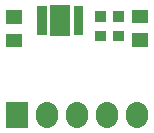
<source format=gts>
%TF.GenerationSoftware,KiCad,Pcbnew,4.0.4+e1-6308~48~ubuntu16.04.1-stable*%
%TF.CreationDate,2016-12-31T17:29:36-08:00*%
%TF.ProjectId,mma7660-sensor-breakout,6D6D61373636302D73656E736F722D62,v1.0*%
%TF.FileFunction,Soldermask,Top*%
%FSLAX46Y46*%
G04 Gerber Fmt 4.6, Leading zero omitted, Abs format (unit mm)*
G04 Created by KiCad (PCBNEW 4.0.4+e1-6308~48~ubuntu16.04.1-stable) date Sat Dec 31 17:29:36 2016*
%MOMM*%
%LPD*%
G01*
G04 APERTURE LIST*
%ADD10C,0.350000*%
G04 APERTURE END LIST*
D10*
G36*
X148016926Y-112650205D02*
X148016973Y-112650210D01*
X148192187Y-112704448D01*
X148353529Y-112791685D01*
X148494855Y-112908600D01*
X148610779Y-113050738D01*
X148696888Y-113212685D01*
X148749902Y-113388274D01*
X148767800Y-113570815D01*
X148767800Y-113886217D01*
X148767723Y-113897249D01*
X148767722Y-113897254D01*
X148767708Y-113899307D01*
X148747263Y-114081580D01*
X148691803Y-114256412D01*
X148603442Y-114417141D01*
X148485544Y-114557646D01*
X148342600Y-114672576D01*
X148180055Y-114757552D01*
X148004101Y-114809339D01*
X148004060Y-114809343D01*
X148004056Y-114809344D01*
X147821442Y-114825963D01*
X147639074Y-114806795D01*
X147639027Y-114806790D01*
X147463813Y-114752552D01*
X147302471Y-114665315D01*
X147161145Y-114548400D01*
X147045221Y-114406262D01*
X146959112Y-114244315D01*
X146906098Y-114068726D01*
X146888200Y-113886185D01*
X146888200Y-113570783D01*
X146888277Y-113559751D01*
X146888278Y-113559746D01*
X146888292Y-113557693D01*
X146908737Y-113375420D01*
X146964197Y-113200588D01*
X147052558Y-113039859D01*
X147170456Y-112899354D01*
X147313400Y-112784424D01*
X147475945Y-112699448D01*
X147651899Y-112647661D01*
X147651940Y-112647657D01*
X147651944Y-112647656D01*
X147834558Y-112631037D01*
X148016926Y-112650205D01*
X148016926Y-112650205D01*
G37*
G36*
X150556926Y-112650205D02*
X150556973Y-112650210D01*
X150732187Y-112704448D01*
X150893529Y-112791685D01*
X151034855Y-112908600D01*
X151150779Y-113050738D01*
X151236888Y-113212685D01*
X151289902Y-113388274D01*
X151307800Y-113570815D01*
X151307800Y-113886217D01*
X151307723Y-113897249D01*
X151307722Y-113897254D01*
X151307708Y-113899307D01*
X151287263Y-114081580D01*
X151231803Y-114256412D01*
X151143442Y-114417141D01*
X151025544Y-114557646D01*
X150882600Y-114672576D01*
X150720055Y-114757552D01*
X150544101Y-114809339D01*
X150544060Y-114809343D01*
X150544056Y-114809344D01*
X150361442Y-114825963D01*
X150179074Y-114806795D01*
X150179027Y-114806790D01*
X150003813Y-114752552D01*
X149842471Y-114665315D01*
X149701145Y-114548400D01*
X149585221Y-114406262D01*
X149499112Y-114244315D01*
X149446098Y-114068726D01*
X149428200Y-113886185D01*
X149428200Y-113570783D01*
X149428277Y-113559751D01*
X149428278Y-113559746D01*
X149428292Y-113557693D01*
X149448737Y-113375420D01*
X149504197Y-113200588D01*
X149592558Y-113039859D01*
X149710456Y-112899354D01*
X149853400Y-112784424D01*
X150015945Y-112699448D01*
X150191899Y-112647661D01*
X150191940Y-112647657D01*
X150191944Y-112647656D01*
X150374558Y-112631037D01*
X150556926Y-112650205D01*
X150556926Y-112650205D01*
G37*
G36*
X153096926Y-112650205D02*
X153096973Y-112650210D01*
X153272187Y-112704448D01*
X153433529Y-112791685D01*
X153574855Y-112908600D01*
X153690779Y-113050738D01*
X153776888Y-113212685D01*
X153829902Y-113388274D01*
X153847800Y-113570815D01*
X153847800Y-113886217D01*
X153847723Y-113897249D01*
X153847722Y-113897254D01*
X153847708Y-113899307D01*
X153827263Y-114081580D01*
X153771803Y-114256412D01*
X153683442Y-114417141D01*
X153565544Y-114557646D01*
X153422600Y-114672576D01*
X153260055Y-114757552D01*
X153084101Y-114809339D01*
X153084060Y-114809343D01*
X153084056Y-114809344D01*
X152901442Y-114825963D01*
X152719074Y-114806795D01*
X152719027Y-114806790D01*
X152543813Y-114752552D01*
X152382471Y-114665315D01*
X152241145Y-114548400D01*
X152125221Y-114406262D01*
X152039112Y-114244315D01*
X151986098Y-114068726D01*
X151968200Y-113886185D01*
X151968200Y-113570783D01*
X151968277Y-113559751D01*
X151968278Y-113559746D01*
X151968292Y-113557693D01*
X151988737Y-113375420D01*
X152044197Y-113200588D01*
X152132558Y-113039859D01*
X152250456Y-112899354D01*
X152393400Y-112784424D01*
X152555945Y-112699448D01*
X152731899Y-112647661D01*
X152731940Y-112647657D01*
X152731944Y-112647656D01*
X152914558Y-112631037D01*
X153096926Y-112650205D01*
X153096926Y-112650205D01*
G37*
G36*
X145476926Y-112650205D02*
X145476973Y-112650210D01*
X145652187Y-112704448D01*
X145813529Y-112791685D01*
X145954855Y-112908600D01*
X146070779Y-113050738D01*
X146156888Y-113212685D01*
X146209902Y-113388274D01*
X146227800Y-113570815D01*
X146227800Y-113886217D01*
X146227723Y-113897249D01*
X146227722Y-113897254D01*
X146227708Y-113899307D01*
X146207263Y-114081580D01*
X146151803Y-114256412D01*
X146063442Y-114417141D01*
X145945544Y-114557646D01*
X145802600Y-114672576D01*
X145640055Y-114757552D01*
X145464101Y-114809339D01*
X145464060Y-114809343D01*
X145464056Y-114809344D01*
X145281442Y-114825963D01*
X145099074Y-114806795D01*
X145099027Y-114806790D01*
X144923813Y-114752552D01*
X144762471Y-114665315D01*
X144621145Y-114548400D01*
X144505221Y-114406262D01*
X144419112Y-114244315D01*
X144366098Y-114068726D01*
X144348200Y-113886185D01*
X144348200Y-113570783D01*
X144348277Y-113559751D01*
X144348278Y-113559746D01*
X144348292Y-113557693D01*
X144368737Y-113375420D01*
X144424197Y-113200588D01*
X144512558Y-113039859D01*
X144630456Y-112899354D01*
X144773400Y-112784424D01*
X144935945Y-112699448D01*
X145111899Y-112647661D01*
X145111940Y-112647657D01*
X145111944Y-112647656D01*
X145294558Y-112631037D01*
X145476926Y-112650205D01*
X145476926Y-112650205D01*
G37*
G36*
X143687800Y-114820700D02*
X141808200Y-114820700D01*
X141808200Y-112636300D01*
X143687800Y-112636300D01*
X143687800Y-114820700D01*
X143687800Y-114820700D01*
G37*
G36*
X143211200Y-108002200D02*
X141808800Y-108002200D01*
X141808800Y-106849800D01*
X143211200Y-106849800D01*
X143211200Y-108002200D01*
X143211200Y-108002200D01*
G37*
G36*
X153863200Y-107986200D02*
X152460800Y-107986200D01*
X152460800Y-106833800D01*
X153863200Y-106833800D01*
X153863200Y-107986200D01*
X153863200Y-107986200D01*
G37*
G36*
X151836200Y-107512200D02*
X150883800Y-107512200D01*
X150883800Y-106609800D01*
X151836200Y-106609800D01*
X151836200Y-107512200D01*
X151836200Y-107512200D01*
G37*
G36*
X150336200Y-107512200D02*
X149383800Y-107512200D01*
X149383800Y-106609800D01*
X150336200Y-106609800D01*
X150336200Y-107512200D01*
X150336200Y-107512200D01*
G37*
G36*
X147275700Y-107092200D02*
X145573300Y-107092200D01*
X145573300Y-104459800D01*
X147275700Y-104459800D01*
X147275700Y-107092200D01*
X147275700Y-107092200D01*
G37*
G36*
X145275700Y-107002200D02*
X144473300Y-107002200D01*
X144473300Y-104549800D01*
X145275700Y-104549800D01*
X145275700Y-107002200D01*
X145275700Y-107002200D01*
G37*
G36*
X148375700Y-107002200D02*
X147573300Y-107002200D01*
X147573300Y-104549800D01*
X148375700Y-104549800D01*
X148375700Y-107002200D01*
X148375700Y-107002200D01*
G37*
G36*
X143211200Y-106002200D02*
X141808800Y-106002200D01*
X141808800Y-104849800D01*
X143211200Y-104849800D01*
X143211200Y-106002200D01*
X143211200Y-106002200D01*
G37*
G36*
X153863200Y-105986200D02*
X152460800Y-105986200D01*
X152460800Y-104833800D01*
X153863200Y-104833800D01*
X153863200Y-105986200D01*
X153863200Y-105986200D01*
G37*
G36*
X151836200Y-105861200D02*
X150883800Y-105861200D01*
X150883800Y-104958800D01*
X151836200Y-104958800D01*
X151836200Y-105861200D01*
X151836200Y-105861200D01*
G37*
G36*
X150336200Y-105861200D02*
X149383800Y-105861200D01*
X149383800Y-104958800D01*
X150336200Y-104958800D01*
X150336200Y-105861200D01*
X150336200Y-105861200D01*
G37*
M02*

</source>
